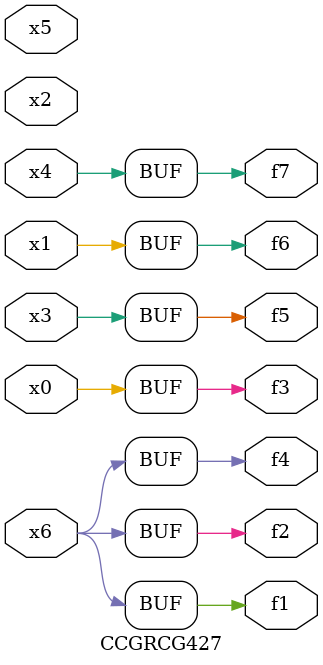
<source format=v>
module CCGRCG427(
	input x0, x1, x2, x3, x4, x5, x6,
	output f1, f2, f3, f4, f5, f6, f7
);
	assign f1 = x6;
	assign f2 = x6;
	assign f3 = x0;
	assign f4 = x6;
	assign f5 = x3;
	assign f6 = x1;
	assign f7 = x4;
endmodule

</source>
